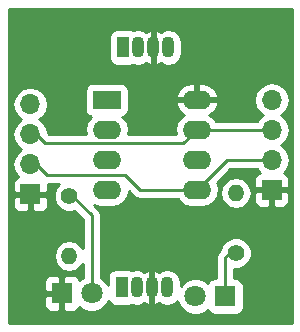
<source format=gbr>
G04 #@! TF.FileFunction,Copper,L2,Bot,Signal*
%FSLAX46Y46*%
G04 Gerber Fmt 4.6, Leading zero omitted, Abs format (unit mm)*
G04 Created by KiCad (PCBNEW 4.0.7) date 06/07/18 21:32:42*
%MOMM*%
%LPD*%
G01*
G04 APERTURE LIST*
%ADD10C,0.100000*%
%ADD11R,2.400000X1.600000*%
%ADD12O,2.400000X1.600000*%
%ADD13R,1.700000X1.700000*%
%ADD14O,1.700000X1.700000*%
%ADD15R,1.800000X1.800000*%
%ADD16C,1.800000*%
%ADD17C,1.400000*%
%ADD18O,1.400000X1.400000*%
%ADD19R,1.070000X1.800000*%
%ADD20O,1.070000X1.800000*%
%ADD21C,0.250000*%
%ADD22C,0.254000*%
G04 APERTURE END LIST*
D10*
D11*
X152527000Y-130302000D03*
D12*
X160147000Y-137922000D03*
X152527000Y-132842000D03*
X160147000Y-135382000D03*
X152527000Y-135382000D03*
X160147000Y-132842000D03*
X152527000Y-137922000D03*
X160147000Y-130302000D03*
D13*
X146050000Y-138303000D03*
D14*
X146050000Y-135763000D03*
X146050000Y-133223000D03*
X146050000Y-130683000D03*
D15*
X162560000Y-146939000D03*
D16*
X160020000Y-146939000D03*
D15*
X148717000Y-146685000D03*
D16*
X151257000Y-146685000D03*
D13*
X166497000Y-137922000D03*
D14*
X166497000Y-135382000D03*
X166497000Y-132842000D03*
X166497000Y-130302000D03*
D17*
X163449000Y-143256000D03*
D18*
X163449000Y-138176000D03*
D17*
X149352000Y-138430000D03*
D18*
X149352000Y-143510000D03*
D19*
X153924000Y-125857000D03*
D20*
X155194000Y-125857000D03*
X156464000Y-125857000D03*
X157734000Y-125857000D03*
D19*
X153797000Y-146177000D03*
D20*
X155067000Y-146177000D03*
X156337000Y-146177000D03*
X157607000Y-146177000D03*
D21*
X162560000Y-146939000D02*
X162560000Y-143637000D01*
X162560000Y-143637000D02*
X162941000Y-143256000D01*
X149479000Y-138430000D02*
X149606000Y-138430000D01*
X149606000Y-138430000D02*
X151257000Y-140081000D01*
X151257000Y-140081000D02*
X151257000Y-146685000D01*
X166497000Y-135382000D02*
X162687000Y-135382000D01*
X162687000Y-135382000D02*
X160147000Y-137922000D01*
X160147000Y-137922000D02*
X155321000Y-137922000D01*
X147447000Y-136652000D02*
X146558000Y-135763000D01*
X154051000Y-136652000D02*
X147447000Y-136652000D01*
X155321000Y-137922000D02*
X154051000Y-136652000D01*
X166497000Y-132842000D02*
X160147000Y-132842000D01*
X160147000Y-132842000D02*
X159004000Y-133985000D01*
X159004000Y-133985000D02*
X147320000Y-133985000D01*
X147320000Y-133985000D02*
X146558000Y-133223000D01*
D22*
G36*
X168200000Y-149150000D02*
X144220000Y-149150000D01*
X144220000Y-146970750D01*
X147182000Y-146970750D01*
X147182000Y-147711310D01*
X147278673Y-147944699D01*
X147457302Y-148123327D01*
X147690691Y-148220000D01*
X148431250Y-148220000D01*
X148590000Y-148061250D01*
X148590000Y-146812000D01*
X147340750Y-146812000D01*
X147182000Y-146970750D01*
X144220000Y-146970750D01*
X144220000Y-145658690D01*
X147182000Y-145658690D01*
X147182000Y-146399250D01*
X147340750Y-146558000D01*
X148590000Y-146558000D01*
X148590000Y-145308750D01*
X148431250Y-145150000D01*
X147690691Y-145150000D01*
X147457302Y-145246673D01*
X147278673Y-145425301D01*
X147182000Y-145658690D01*
X144220000Y-145658690D01*
X144220000Y-138588750D01*
X144565000Y-138588750D01*
X144565000Y-139279310D01*
X144661673Y-139512699D01*
X144840302Y-139691327D01*
X145073691Y-139788000D01*
X145764250Y-139788000D01*
X145923000Y-139629250D01*
X145923000Y-138430000D01*
X146177000Y-138430000D01*
X146177000Y-139629250D01*
X146335750Y-139788000D01*
X147026309Y-139788000D01*
X147259698Y-139691327D01*
X147438327Y-139512699D01*
X147535000Y-139279310D01*
X147535000Y-138588750D01*
X147376250Y-138430000D01*
X146177000Y-138430000D01*
X145923000Y-138430000D01*
X144723750Y-138430000D01*
X144565000Y-138588750D01*
X144220000Y-138588750D01*
X144220000Y-130683000D01*
X144535907Y-130683000D01*
X144648946Y-131251285D01*
X144970853Y-131733054D01*
X145300026Y-131953000D01*
X144970853Y-132172946D01*
X144648946Y-132654715D01*
X144535907Y-133223000D01*
X144648946Y-133791285D01*
X144970853Y-134273054D01*
X145300026Y-134493000D01*
X144970853Y-134712946D01*
X144648946Y-135194715D01*
X144535907Y-135763000D01*
X144648946Y-136331285D01*
X144970853Y-136813054D01*
X145014777Y-136842403D01*
X144840302Y-136914673D01*
X144661673Y-137093301D01*
X144565000Y-137326690D01*
X144565000Y-138017250D01*
X144723750Y-138176000D01*
X145923000Y-138176000D01*
X145923000Y-138156000D01*
X146177000Y-138156000D01*
X146177000Y-138176000D01*
X147376250Y-138176000D01*
X147535000Y-138017250D01*
X147535000Y-137412000D01*
X148482153Y-137412000D01*
X148220902Y-137672796D01*
X148017232Y-138163287D01*
X148016769Y-138694383D01*
X148219582Y-139185229D01*
X148594796Y-139561098D01*
X149085287Y-139764768D01*
X149616383Y-139765231D01*
X149793320Y-139692122D01*
X150497000Y-140395802D01*
X150497000Y-142840695D01*
X150295988Y-142539858D01*
X149862882Y-142250467D01*
X149352000Y-142148846D01*
X148841118Y-142250467D01*
X148408012Y-142539858D01*
X148118621Y-142972964D01*
X148017000Y-143483846D01*
X148017000Y-143536154D01*
X148118621Y-144047036D01*
X148408012Y-144480142D01*
X148841118Y-144769533D01*
X149352000Y-144871154D01*
X149862882Y-144769533D01*
X150295988Y-144480142D01*
X150497000Y-144179305D01*
X150497000Y-145338154D01*
X150388629Y-145382932D01*
X150211159Y-145560092D01*
X150155327Y-145425301D01*
X149976698Y-145246673D01*
X149743309Y-145150000D01*
X149002750Y-145150000D01*
X148844000Y-145308750D01*
X148844000Y-146558000D01*
X148864000Y-146558000D01*
X148864000Y-146812000D01*
X148844000Y-146812000D01*
X148844000Y-148061250D01*
X149002750Y-148220000D01*
X149743309Y-148220000D01*
X149976698Y-148123327D01*
X150155327Y-147944699D01*
X150211119Y-147810006D01*
X150386357Y-147985551D01*
X150950330Y-148219733D01*
X151560991Y-148220265D01*
X152125371Y-147987068D01*
X152557551Y-147555643D01*
X152658760Y-147311904D01*
X152658838Y-147312317D01*
X152797910Y-147528441D01*
X153010110Y-147673431D01*
X153262000Y-147724440D01*
X154332000Y-147724440D01*
X154567317Y-147680162D01*
X154614477Y-147649815D01*
X154619260Y-147653011D01*
X155067000Y-147742072D01*
X155514740Y-147653011D01*
X155717766Y-147517354D01*
X156029617Y-147670900D01*
X156210000Y-147545244D01*
X156210000Y-146707810D01*
X156237000Y-146572072D01*
X156237000Y-145781928D01*
X156437000Y-145781928D01*
X156437000Y-146572072D01*
X156464000Y-146707810D01*
X156464000Y-147545244D01*
X156644383Y-147670900D01*
X156956234Y-147517354D01*
X157159260Y-147653011D01*
X157607000Y-147742072D01*
X158054740Y-147653011D01*
X158434315Y-147399387D01*
X158505399Y-147293002D01*
X158717932Y-147807371D01*
X159149357Y-148239551D01*
X159713330Y-148473733D01*
X160323991Y-148474265D01*
X160888371Y-148241068D01*
X161056613Y-148073120D01*
X161056838Y-148074317D01*
X161195910Y-148290441D01*
X161408110Y-148435431D01*
X161660000Y-148486440D01*
X163460000Y-148486440D01*
X163695317Y-148442162D01*
X163911441Y-148303090D01*
X164056431Y-148090890D01*
X164107440Y-147839000D01*
X164107440Y-146039000D01*
X164063162Y-145803683D01*
X163924090Y-145587559D01*
X163711890Y-145442569D01*
X163460000Y-145391560D01*
X163320000Y-145391560D01*
X163320000Y-144590888D01*
X163713383Y-144591231D01*
X164204229Y-144388418D01*
X164580098Y-144013204D01*
X164783768Y-143522713D01*
X164784231Y-142991617D01*
X164581418Y-142500771D01*
X164206204Y-142124902D01*
X163715713Y-141921232D01*
X163184617Y-141920769D01*
X162693771Y-142123582D01*
X162317902Y-142498796D01*
X162114232Y-142989287D01*
X162114216Y-143007982D01*
X162022599Y-143099599D01*
X161857852Y-143346161D01*
X161800000Y-143637000D01*
X161800000Y-145391560D01*
X161660000Y-145391560D01*
X161424683Y-145435838D01*
X161208559Y-145574910D01*
X161063569Y-145787110D01*
X161059433Y-145807534D01*
X160890643Y-145638449D01*
X160326670Y-145404267D01*
X159716009Y-145403735D01*
X159151629Y-145636932D01*
X158777000Y-146010907D01*
X158777000Y-145781928D01*
X158687939Y-145334188D01*
X158434315Y-144954613D01*
X158054740Y-144700989D01*
X157607000Y-144611928D01*
X157159260Y-144700989D01*
X156956234Y-144836646D01*
X156644383Y-144683100D01*
X156464000Y-144808756D01*
X156464000Y-145646190D01*
X156437000Y-145781928D01*
X156237000Y-145781928D01*
X156210000Y-145646190D01*
X156210000Y-144808756D01*
X156029617Y-144683100D01*
X155717766Y-144836646D01*
X155514740Y-144700989D01*
X155067000Y-144611928D01*
X154619260Y-144700989D01*
X154616487Y-144702842D01*
X154583890Y-144680569D01*
X154332000Y-144629560D01*
X153262000Y-144629560D01*
X153026683Y-144673838D01*
X152810559Y-144812910D01*
X152665569Y-145025110D01*
X152614560Y-145277000D01*
X152614560Y-145950930D01*
X152559068Y-145816629D01*
X152127643Y-145384449D01*
X152017000Y-145338506D01*
X152017000Y-140081000D01*
X151959148Y-139790161D01*
X151794401Y-139543599D01*
X151411316Y-139160514D01*
X151541899Y-139247767D01*
X152091050Y-139357000D01*
X152962950Y-139357000D01*
X153512101Y-139247767D01*
X153977648Y-138936698D01*
X154288717Y-138471151D01*
X154372773Y-138048575D01*
X154783599Y-138459401D01*
X155030160Y-138624148D01*
X155321000Y-138682000D01*
X158526168Y-138682000D01*
X158696352Y-138936698D01*
X159161899Y-139247767D01*
X159711050Y-139357000D01*
X160582950Y-139357000D01*
X161132101Y-139247767D01*
X161597648Y-138936698D01*
X161908717Y-138471151D01*
X161972628Y-138149846D01*
X162114000Y-138149846D01*
X162114000Y-138202154D01*
X162215621Y-138713036D01*
X162505012Y-139146142D01*
X162938118Y-139435533D01*
X163449000Y-139537154D01*
X163959882Y-139435533D01*
X164392988Y-139146142D01*
X164682379Y-138713036D01*
X164782886Y-138207750D01*
X165012000Y-138207750D01*
X165012000Y-138898310D01*
X165108673Y-139131699D01*
X165287302Y-139310327D01*
X165520691Y-139407000D01*
X166211250Y-139407000D01*
X166370000Y-139248250D01*
X166370000Y-138049000D01*
X166624000Y-138049000D01*
X166624000Y-139248250D01*
X166782750Y-139407000D01*
X167473309Y-139407000D01*
X167706698Y-139310327D01*
X167885327Y-139131699D01*
X167982000Y-138898310D01*
X167982000Y-138207750D01*
X167823250Y-138049000D01*
X166624000Y-138049000D01*
X166370000Y-138049000D01*
X165170750Y-138049000D01*
X165012000Y-138207750D01*
X164782886Y-138207750D01*
X164784000Y-138202154D01*
X164784000Y-138149846D01*
X164682379Y-137638964D01*
X164392988Y-137205858D01*
X163959882Y-136916467D01*
X163449000Y-136814846D01*
X162938118Y-136916467D01*
X162505012Y-137205858D01*
X162215621Y-137638964D01*
X162114000Y-138149846D01*
X161972628Y-138149846D01*
X162017950Y-137922000D01*
X161908717Y-137372849D01*
X161853536Y-137290266D01*
X163001802Y-136142000D01*
X165224046Y-136142000D01*
X165417853Y-136432054D01*
X165461777Y-136461403D01*
X165287302Y-136533673D01*
X165108673Y-136712301D01*
X165012000Y-136945690D01*
X165012000Y-137636250D01*
X165170750Y-137795000D01*
X166370000Y-137795000D01*
X166370000Y-137775000D01*
X166624000Y-137775000D01*
X166624000Y-137795000D01*
X167823250Y-137795000D01*
X167982000Y-137636250D01*
X167982000Y-136945690D01*
X167885327Y-136712301D01*
X167706698Y-136533673D01*
X167532223Y-136461403D01*
X167576147Y-136432054D01*
X167898054Y-135950285D01*
X168011093Y-135382000D01*
X167898054Y-134813715D01*
X167576147Y-134331946D01*
X167246974Y-134112000D01*
X167576147Y-133892054D01*
X167898054Y-133410285D01*
X168011093Y-132842000D01*
X167898054Y-132273715D01*
X167576147Y-131791946D01*
X167246974Y-131572000D01*
X167576147Y-131352054D01*
X167898054Y-130870285D01*
X168011093Y-130302000D01*
X167898054Y-129733715D01*
X167576147Y-129251946D01*
X167094378Y-128930039D01*
X166526093Y-128817000D01*
X166467907Y-128817000D01*
X165899622Y-128930039D01*
X165417853Y-129251946D01*
X165095946Y-129733715D01*
X164982907Y-130302000D01*
X165095946Y-130870285D01*
X165417853Y-131352054D01*
X165747026Y-131572000D01*
X165417853Y-131791946D01*
X165224046Y-132082000D01*
X161767832Y-132082000D01*
X161597648Y-131827302D01*
X161219293Y-131574493D01*
X161651500Y-131226896D01*
X161921367Y-130733819D01*
X161938904Y-130651039D01*
X161816915Y-130429000D01*
X160274000Y-130429000D01*
X160274000Y-130449000D01*
X160020000Y-130449000D01*
X160020000Y-130429000D01*
X158477085Y-130429000D01*
X158355096Y-130651039D01*
X158372633Y-130733819D01*
X158642500Y-131226896D01*
X159074707Y-131574493D01*
X158696352Y-131827302D01*
X158385283Y-132292849D01*
X158276050Y-132842000D01*
X158352233Y-133225000D01*
X154321767Y-133225000D01*
X154397950Y-132842000D01*
X154288717Y-132292849D01*
X153977648Y-131827302D01*
X153831650Y-131729749D01*
X153962317Y-131705162D01*
X154178441Y-131566090D01*
X154323431Y-131353890D01*
X154374440Y-131102000D01*
X154374440Y-129952961D01*
X158355096Y-129952961D01*
X158477085Y-130175000D01*
X160020000Y-130175000D01*
X160020000Y-128867000D01*
X160274000Y-128867000D01*
X160274000Y-130175000D01*
X161816915Y-130175000D01*
X161938904Y-129952961D01*
X161921367Y-129870181D01*
X161651500Y-129377104D01*
X161213483Y-129024834D01*
X160674000Y-128867000D01*
X160274000Y-128867000D01*
X160020000Y-128867000D01*
X159620000Y-128867000D01*
X159080517Y-129024834D01*
X158642500Y-129377104D01*
X158372633Y-129870181D01*
X158355096Y-129952961D01*
X154374440Y-129952961D01*
X154374440Y-129502000D01*
X154330162Y-129266683D01*
X154191090Y-129050559D01*
X153978890Y-128905569D01*
X153727000Y-128854560D01*
X151327000Y-128854560D01*
X151091683Y-128898838D01*
X150875559Y-129037910D01*
X150730569Y-129250110D01*
X150679560Y-129502000D01*
X150679560Y-131102000D01*
X150723838Y-131337317D01*
X150862910Y-131553441D01*
X151075110Y-131698431D01*
X151224074Y-131728597D01*
X151076352Y-131827302D01*
X150765283Y-132292849D01*
X150656050Y-132842000D01*
X150732233Y-133225000D01*
X147634802Y-133225000D01*
X147547032Y-133137230D01*
X147451054Y-132654715D01*
X147129147Y-132172946D01*
X146799974Y-131953000D01*
X147129147Y-131733054D01*
X147451054Y-131251285D01*
X147564093Y-130683000D01*
X147451054Y-130114715D01*
X147129147Y-129632946D01*
X146647378Y-129311039D01*
X146079093Y-129198000D01*
X146020907Y-129198000D01*
X145452622Y-129311039D01*
X144970853Y-129632946D01*
X144648946Y-130114715D01*
X144535907Y-130683000D01*
X144220000Y-130683000D01*
X144220000Y-124957000D01*
X152741560Y-124957000D01*
X152741560Y-126757000D01*
X152785838Y-126992317D01*
X152924910Y-127208441D01*
X153137110Y-127353431D01*
X153389000Y-127404440D01*
X154459000Y-127404440D01*
X154694317Y-127360162D01*
X154741477Y-127329815D01*
X154746260Y-127333011D01*
X155194000Y-127422072D01*
X155641740Y-127333011D01*
X155844766Y-127197354D01*
X156156617Y-127350900D01*
X156337000Y-127225244D01*
X156337000Y-126387810D01*
X156364000Y-126252072D01*
X156364000Y-125461928D01*
X156564000Y-125461928D01*
X156564000Y-126252072D01*
X156591000Y-126387810D01*
X156591000Y-127225244D01*
X156771383Y-127350900D01*
X157083234Y-127197354D01*
X157286260Y-127333011D01*
X157734000Y-127422072D01*
X158181740Y-127333011D01*
X158561315Y-127079387D01*
X158814939Y-126699812D01*
X158904000Y-126252072D01*
X158904000Y-125461928D01*
X158814939Y-125014188D01*
X158561315Y-124634613D01*
X158181740Y-124380989D01*
X157734000Y-124291928D01*
X157286260Y-124380989D01*
X157083234Y-124516646D01*
X156771383Y-124363100D01*
X156591000Y-124488756D01*
X156591000Y-125326190D01*
X156564000Y-125461928D01*
X156364000Y-125461928D01*
X156337000Y-125326190D01*
X156337000Y-124488756D01*
X156156617Y-124363100D01*
X155844766Y-124516646D01*
X155641740Y-124380989D01*
X155194000Y-124291928D01*
X154746260Y-124380989D01*
X154743487Y-124382842D01*
X154710890Y-124360569D01*
X154459000Y-124309560D01*
X153389000Y-124309560D01*
X153153683Y-124353838D01*
X152937559Y-124492910D01*
X152792569Y-124705110D01*
X152741560Y-124957000D01*
X144220000Y-124957000D01*
X144220000Y-122630000D01*
X168200000Y-122630000D01*
X168200000Y-149150000D01*
X168200000Y-149150000D01*
G37*
X168200000Y-149150000D02*
X144220000Y-149150000D01*
X144220000Y-146970750D01*
X147182000Y-146970750D01*
X147182000Y-147711310D01*
X147278673Y-147944699D01*
X147457302Y-148123327D01*
X147690691Y-148220000D01*
X148431250Y-148220000D01*
X148590000Y-148061250D01*
X148590000Y-146812000D01*
X147340750Y-146812000D01*
X147182000Y-146970750D01*
X144220000Y-146970750D01*
X144220000Y-145658690D01*
X147182000Y-145658690D01*
X147182000Y-146399250D01*
X147340750Y-146558000D01*
X148590000Y-146558000D01*
X148590000Y-145308750D01*
X148431250Y-145150000D01*
X147690691Y-145150000D01*
X147457302Y-145246673D01*
X147278673Y-145425301D01*
X147182000Y-145658690D01*
X144220000Y-145658690D01*
X144220000Y-138588750D01*
X144565000Y-138588750D01*
X144565000Y-139279310D01*
X144661673Y-139512699D01*
X144840302Y-139691327D01*
X145073691Y-139788000D01*
X145764250Y-139788000D01*
X145923000Y-139629250D01*
X145923000Y-138430000D01*
X146177000Y-138430000D01*
X146177000Y-139629250D01*
X146335750Y-139788000D01*
X147026309Y-139788000D01*
X147259698Y-139691327D01*
X147438327Y-139512699D01*
X147535000Y-139279310D01*
X147535000Y-138588750D01*
X147376250Y-138430000D01*
X146177000Y-138430000D01*
X145923000Y-138430000D01*
X144723750Y-138430000D01*
X144565000Y-138588750D01*
X144220000Y-138588750D01*
X144220000Y-130683000D01*
X144535907Y-130683000D01*
X144648946Y-131251285D01*
X144970853Y-131733054D01*
X145300026Y-131953000D01*
X144970853Y-132172946D01*
X144648946Y-132654715D01*
X144535907Y-133223000D01*
X144648946Y-133791285D01*
X144970853Y-134273054D01*
X145300026Y-134493000D01*
X144970853Y-134712946D01*
X144648946Y-135194715D01*
X144535907Y-135763000D01*
X144648946Y-136331285D01*
X144970853Y-136813054D01*
X145014777Y-136842403D01*
X144840302Y-136914673D01*
X144661673Y-137093301D01*
X144565000Y-137326690D01*
X144565000Y-138017250D01*
X144723750Y-138176000D01*
X145923000Y-138176000D01*
X145923000Y-138156000D01*
X146177000Y-138156000D01*
X146177000Y-138176000D01*
X147376250Y-138176000D01*
X147535000Y-138017250D01*
X147535000Y-137412000D01*
X148482153Y-137412000D01*
X148220902Y-137672796D01*
X148017232Y-138163287D01*
X148016769Y-138694383D01*
X148219582Y-139185229D01*
X148594796Y-139561098D01*
X149085287Y-139764768D01*
X149616383Y-139765231D01*
X149793320Y-139692122D01*
X150497000Y-140395802D01*
X150497000Y-142840695D01*
X150295988Y-142539858D01*
X149862882Y-142250467D01*
X149352000Y-142148846D01*
X148841118Y-142250467D01*
X148408012Y-142539858D01*
X148118621Y-142972964D01*
X148017000Y-143483846D01*
X148017000Y-143536154D01*
X148118621Y-144047036D01*
X148408012Y-144480142D01*
X148841118Y-144769533D01*
X149352000Y-144871154D01*
X149862882Y-144769533D01*
X150295988Y-144480142D01*
X150497000Y-144179305D01*
X150497000Y-145338154D01*
X150388629Y-145382932D01*
X150211159Y-145560092D01*
X150155327Y-145425301D01*
X149976698Y-145246673D01*
X149743309Y-145150000D01*
X149002750Y-145150000D01*
X148844000Y-145308750D01*
X148844000Y-146558000D01*
X148864000Y-146558000D01*
X148864000Y-146812000D01*
X148844000Y-146812000D01*
X148844000Y-148061250D01*
X149002750Y-148220000D01*
X149743309Y-148220000D01*
X149976698Y-148123327D01*
X150155327Y-147944699D01*
X150211119Y-147810006D01*
X150386357Y-147985551D01*
X150950330Y-148219733D01*
X151560991Y-148220265D01*
X152125371Y-147987068D01*
X152557551Y-147555643D01*
X152658760Y-147311904D01*
X152658838Y-147312317D01*
X152797910Y-147528441D01*
X153010110Y-147673431D01*
X153262000Y-147724440D01*
X154332000Y-147724440D01*
X154567317Y-147680162D01*
X154614477Y-147649815D01*
X154619260Y-147653011D01*
X155067000Y-147742072D01*
X155514740Y-147653011D01*
X155717766Y-147517354D01*
X156029617Y-147670900D01*
X156210000Y-147545244D01*
X156210000Y-146707810D01*
X156237000Y-146572072D01*
X156237000Y-145781928D01*
X156437000Y-145781928D01*
X156437000Y-146572072D01*
X156464000Y-146707810D01*
X156464000Y-147545244D01*
X156644383Y-147670900D01*
X156956234Y-147517354D01*
X157159260Y-147653011D01*
X157607000Y-147742072D01*
X158054740Y-147653011D01*
X158434315Y-147399387D01*
X158505399Y-147293002D01*
X158717932Y-147807371D01*
X159149357Y-148239551D01*
X159713330Y-148473733D01*
X160323991Y-148474265D01*
X160888371Y-148241068D01*
X161056613Y-148073120D01*
X161056838Y-148074317D01*
X161195910Y-148290441D01*
X161408110Y-148435431D01*
X161660000Y-148486440D01*
X163460000Y-148486440D01*
X163695317Y-148442162D01*
X163911441Y-148303090D01*
X164056431Y-148090890D01*
X164107440Y-147839000D01*
X164107440Y-146039000D01*
X164063162Y-145803683D01*
X163924090Y-145587559D01*
X163711890Y-145442569D01*
X163460000Y-145391560D01*
X163320000Y-145391560D01*
X163320000Y-144590888D01*
X163713383Y-144591231D01*
X164204229Y-144388418D01*
X164580098Y-144013204D01*
X164783768Y-143522713D01*
X164784231Y-142991617D01*
X164581418Y-142500771D01*
X164206204Y-142124902D01*
X163715713Y-141921232D01*
X163184617Y-141920769D01*
X162693771Y-142123582D01*
X162317902Y-142498796D01*
X162114232Y-142989287D01*
X162114216Y-143007982D01*
X162022599Y-143099599D01*
X161857852Y-143346161D01*
X161800000Y-143637000D01*
X161800000Y-145391560D01*
X161660000Y-145391560D01*
X161424683Y-145435838D01*
X161208559Y-145574910D01*
X161063569Y-145787110D01*
X161059433Y-145807534D01*
X160890643Y-145638449D01*
X160326670Y-145404267D01*
X159716009Y-145403735D01*
X159151629Y-145636932D01*
X158777000Y-146010907D01*
X158777000Y-145781928D01*
X158687939Y-145334188D01*
X158434315Y-144954613D01*
X158054740Y-144700989D01*
X157607000Y-144611928D01*
X157159260Y-144700989D01*
X156956234Y-144836646D01*
X156644383Y-144683100D01*
X156464000Y-144808756D01*
X156464000Y-145646190D01*
X156437000Y-145781928D01*
X156237000Y-145781928D01*
X156210000Y-145646190D01*
X156210000Y-144808756D01*
X156029617Y-144683100D01*
X155717766Y-144836646D01*
X155514740Y-144700989D01*
X155067000Y-144611928D01*
X154619260Y-144700989D01*
X154616487Y-144702842D01*
X154583890Y-144680569D01*
X154332000Y-144629560D01*
X153262000Y-144629560D01*
X153026683Y-144673838D01*
X152810559Y-144812910D01*
X152665569Y-145025110D01*
X152614560Y-145277000D01*
X152614560Y-145950930D01*
X152559068Y-145816629D01*
X152127643Y-145384449D01*
X152017000Y-145338506D01*
X152017000Y-140081000D01*
X151959148Y-139790161D01*
X151794401Y-139543599D01*
X151411316Y-139160514D01*
X151541899Y-139247767D01*
X152091050Y-139357000D01*
X152962950Y-139357000D01*
X153512101Y-139247767D01*
X153977648Y-138936698D01*
X154288717Y-138471151D01*
X154372773Y-138048575D01*
X154783599Y-138459401D01*
X155030160Y-138624148D01*
X155321000Y-138682000D01*
X158526168Y-138682000D01*
X158696352Y-138936698D01*
X159161899Y-139247767D01*
X159711050Y-139357000D01*
X160582950Y-139357000D01*
X161132101Y-139247767D01*
X161597648Y-138936698D01*
X161908717Y-138471151D01*
X161972628Y-138149846D01*
X162114000Y-138149846D01*
X162114000Y-138202154D01*
X162215621Y-138713036D01*
X162505012Y-139146142D01*
X162938118Y-139435533D01*
X163449000Y-139537154D01*
X163959882Y-139435533D01*
X164392988Y-139146142D01*
X164682379Y-138713036D01*
X164782886Y-138207750D01*
X165012000Y-138207750D01*
X165012000Y-138898310D01*
X165108673Y-139131699D01*
X165287302Y-139310327D01*
X165520691Y-139407000D01*
X166211250Y-139407000D01*
X166370000Y-139248250D01*
X166370000Y-138049000D01*
X166624000Y-138049000D01*
X166624000Y-139248250D01*
X166782750Y-139407000D01*
X167473309Y-139407000D01*
X167706698Y-139310327D01*
X167885327Y-139131699D01*
X167982000Y-138898310D01*
X167982000Y-138207750D01*
X167823250Y-138049000D01*
X166624000Y-138049000D01*
X166370000Y-138049000D01*
X165170750Y-138049000D01*
X165012000Y-138207750D01*
X164782886Y-138207750D01*
X164784000Y-138202154D01*
X164784000Y-138149846D01*
X164682379Y-137638964D01*
X164392988Y-137205858D01*
X163959882Y-136916467D01*
X163449000Y-136814846D01*
X162938118Y-136916467D01*
X162505012Y-137205858D01*
X162215621Y-137638964D01*
X162114000Y-138149846D01*
X161972628Y-138149846D01*
X162017950Y-137922000D01*
X161908717Y-137372849D01*
X161853536Y-137290266D01*
X163001802Y-136142000D01*
X165224046Y-136142000D01*
X165417853Y-136432054D01*
X165461777Y-136461403D01*
X165287302Y-136533673D01*
X165108673Y-136712301D01*
X165012000Y-136945690D01*
X165012000Y-137636250D01*
X165170750Y-137795000D01*
X166370000Y-137795000D01*
X166370000Y-137775000D01*
X166624000Y-137775000D01*
X166624000Y-137795000D01*
X167823250Y-137795000D01*
X167982000Y-137636250D01*
X167982000Y-136945690D01*
X167885327Y-136712301D01*
X167706698Y-136533673D01*
X167532223Y-136461403D01*
X167576147Y-136432054D01*
X167898054Y-135950285D01*
X168011093Y-135382000D01*
X167898054Y-134813715D01*
X167576147Y-134331946D01*
X167246974Y-134112000D01*
X167576147Y-133892054D01*
X167898054Y-133410285D01*
X168011093Y-132842000D01*
X167898054Y-132273715D01*
X167576147Y-131791946D01*
X167246974Y-131572000D01*
X167576147Y-131352054D01*
X167898054Y-130870285D01*
X168011093Y-130302000D01*
X167898054Y-129733715D01*
X167576147Y-129251946D01*
X167094378Y-128930039D01*
X166526093Y-128817000D01*
X166467907Y-128817000D01*
X165899622Y-128930039D01*
X165417853Y-129251946D01*
X165095946Y-129733715D01*
X164982907Y-130302000D01*
X165095946Y-130870285D01*
X165417853Y-131352054D01*
X165747026Y-131572000D01*
X165417853Y-131791946D01*
X165224046Y-132082000D01*
X161767832Y-132082000D01*
X161597648Y-131827302D01*
X161219293Y-131574493D01*
X161651500Y-131226896D01*
X161921367Y-130733819D01*
X161938904Y-130651039D01*
X161816915Y-130429000D01*
X160274000Y-130429000D01*
X160274000Y-130449000D01*
X160020000Y-130449000D01*
X160020000Y-130429000D01*
X158477085Y-130429000D01*
X158355096Y-130651039D01*
X158372633Y-130733819D01*
X158642500Y-131226896D01*
X159074707Y-131574493D01*
X158696352Y-131827302D01*
X158385283Y-132292849D01*
X158276050Y-132842000D01*
X158352233Y-133225000D01*
X154321767Y-133225000D01*
X154397950Y-132842000D01*
X154288717Y-132292849D01*
X153977648Y-131827302D01*
X153831650Y-131729749D01*
X153962317Y-131705162D01*
X154178441Y-131566090D01*
X154323431Y-131353890D01*
X154374440Y-131102000D01*
X154374440Y-129952961D01*
X158355096Y-129952961D01*
X158477085Y-130175000D01*
X160020000Y-130175000D01*
X160020000Y-128867000D01*
X160274000Y-128867000D01*
X160274000Y-130175000D01*
X161816915Y-130175000D01*
X161938904Y-129952961D01*
X161921367Y-129870181D01*
X161651500Y-129377104D01*
X161213483Y-129024834D01*
X160674000Y-128867000D01*
X160274000Y-128867000D01*
X160020000Y-128867000D01*
X159620000Y-128867000D01*
X159080517Y-129024834D01*
X158642500Y-129377104D01*
X158372633Y-129870181D01*
X158355096Y-129952961D01*
X154374440Y-129952961D01*
X154374440Y-129502000D01*
X154330162Y-129266683D01*
X154191090Y-129050559D01*
X153978890Y-128905569D01*
X153727000Y-128854560D01*
X151327000Y-128854560D01*
X151091683Y-128898838D01*
X150875559Y-129037910D01*
X150730569Y-129250110D01*
X150679560Y-129502000D01*
X150679560Y-131102000D01*
X150723838Y-131337317D01*
X150862910Y-131553441D01*
X151075110Y-131698431D01*
X151224074Y-131728597D01*
X151076352Y-131827302D01*
X150765283Y-132292849D01*
X150656050Y-132842000D01*
X150732233Y-133225000D01*
X147634802Y-133225000D01*
X147547032Y-133137230D01*
X147451054Y-132654715D01*
X147129147Y-132172946D01*
X146799974Y-131953000D01*
X147129147Y-131733054D01*
X147451054Y-131251285D01*
X147564093Y-130683000D01*
X147451054Y-130114715D01*
X147129147Y-129632946D01*
X146647378Y-129311039D01*
X146079093Y-129198000D01*
X146020907Y-129198000D01*
X145452622Y-129311039D01*
X144970853Y-129632946D01*
X144648946Y-130114715D01*
X144535907Y-130683000D01*
X144220000Y-130683000D01*
X144220000Y-124957000D01*
X152741560Y-124957000D01*
X152741560Y-126757000D01*
X152785838Y-126992317D01*
X152924910Y-127208441D01*
X153137110Y-127353431D01*
X153389000Y-127404440D01*
X154459000Y-127404440D01*
X154694317Y-127360162D01*
X154741477Y-127329815D01*
X154746260Y-127333011D01*
X155194000Y-127422072D01*
X155641740Y-127333011D01*
X155844766Y-127197354D01*
X156156617Y-127350900D01*
X156337000Y-127225244D01*
X156337000Y-126387810D01*
X156364000Y-126252072D01*
X156364000Y-125461928D01*
X156564000Y-125461928D01*
X156564000Y-126252072D01*
X156591000Y-126387810D01*
X156591000Y-127225244D01*
X156771383Y-127350900D01*
X157083234Y-127197354D01*
X157286260Y-127333011D01*
X157734000Y-127422072D01*
X158181740Y-127333011D01*
X158561315Y-127079387D01*
X158814939Y-126699812D01*
X158904000Y-126252072D01*
X158904000Y-125461928D01*
X158814939Y-125014188D01*
X158561315Y-124634613D01*
X158181740Y-124380989D01*
X157734000Y-124291928D01*
X157286260Y-124380989D01*
X157083234Y-124516646D01*
X156771383Y-124363100D01*
X156591000Y-124488756D01*
X156591000Y-125326190D01*
X156564000Y-125461928D01*
X156364000Y-125461928D01*
X156337000Y-125326190D01*
X156337000Y-124488756D01*
X156156617Y-124363100D01*
X155844766Y-124516646D01*
X155641740Y-124380989D01*
X155194000Y-124291928D01*
X154746260Y-124380989D01*
X154743487Y-124382842D01*
X154710890Y-124360569D01*
X154459000Y-124309560D01*
X153389000Y-124309560D01*
X153153683Y-124353838D01*
X152937559Y-124492910D01*
X152792569Y-124705110D01*
X152741560Y-124957000D01*
X144220000Y-124957000D01*
X144220000Y-122630000D01*
X168200000Y-122630000D01*
X168200000Y-149150000D01*
M02*

</source>
